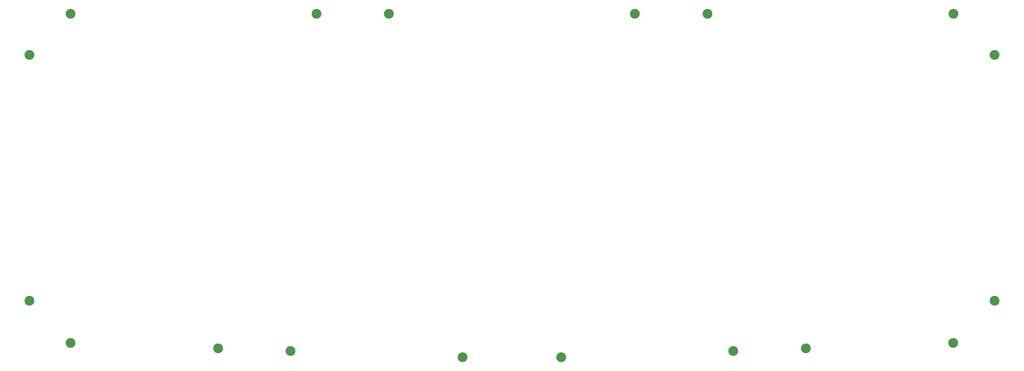
<source format=gbs>
%TF.GenerationSoftware,KiCad,Pcbnew,(6.0.11-0)*%
%TF.CreationDate,2023-07-18T22:07:45+01:00*%
%TF.ProjectId,ltbs-top,6c746273-2d74-46f7-902e-6b696361645f,0.3*%
%TF.SameCoordinates,Original*%
%TF.FileFunction,Soldermask,Bot*%
%TF.FilePolarity,Negative*%
%FSLAX46Y46*%
G04 Gerber Fmt 4.6, Leading zero omitted, Abs format (unit mm)*
G04 Created by KiCad (PCBNEW (6.0.11-0)) date 2023-07-18 22:07:45*
%MOMM*%
%LPD*%
G01*
G04 APERTURE LIST*
%ADD10C,3.200000*%
G04 APERTURE END LIST*
D10*
%TO.C,REF\u002A\u002A*%
X326000000Y-26000000D03*
%TD*%
%TO.C,REF\u002A\u002A*%
X25400000Y-119400000D03*
%TD*%
%TO.C,REF\u002A\u002A*%
X339400000Y-119400000D03*
%TD*%
%TO.C,REF\u002A\u002A*%
X142400000Y-26000000D03*
%TD*%
%TO.C,REF\u002A\u002A*%
X339400000Y-39400000D03*
%TD*%
%TO.C,REF\u002A\u002A*%
X166354465Y-137784443D03*
%TD*%
%TO.C,REF\u002A\u002A*%
X118800000Y-26000000D03*
%TD*%
%TO.C,REF\u002A\u002A*%
X254407925Y-135732396D03*
%TD*%
%TO.C,REF\u002A\u002A*%
X222400000Y-26000000D03*
%TD*%
%TO.C,REF\u002A\u002A*%
X86807925Y-134867604D03*
%TD*%
%TO.C,REF\u002A\u002A*%
X25400000Y-39400000D03*
%TD*%
%TO.C,REF\u002A\u002A*%
X198445535Y-137784443D03*
%TD*%
%TO.C,REF\u002A\u002A*%
X38800000Y-26000000D03*
%TD*%
%TO.C,REF\u002A\u002A*%
X277992075Y-134867604D03*
%TD*%
%TO.C,REF\u002A\u002A*%
X38840162Y-133108706D03*
%TD*%
%TO.C,REF\u002A\u002A*%
X110392075Y-135732396D03*
%TD*%
%TO.C,REF\u002A\u002A*%
X246000000Y-26000000D03*
%TD*%
%TO.C,REF\u002A\u002A*%
X325959838Y-133108706D03*
%TD*%
M02*

</source>
